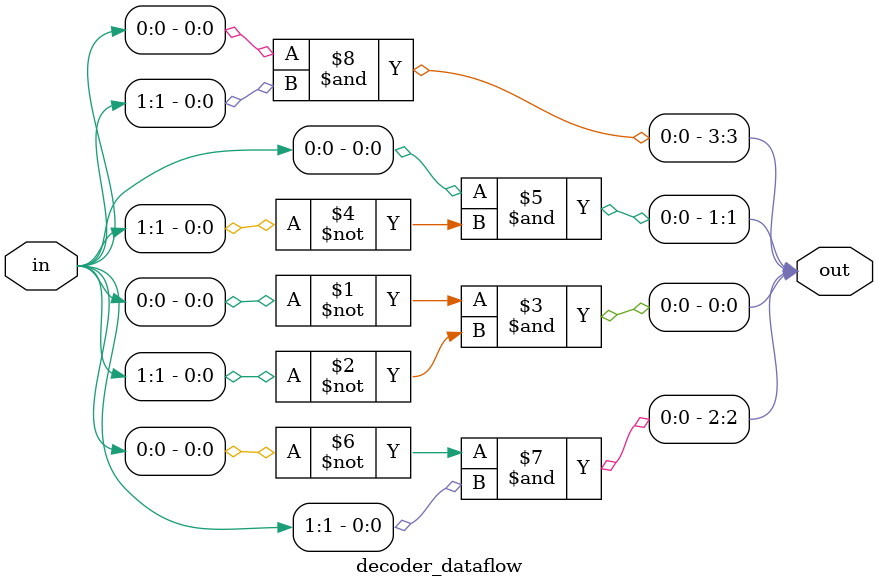
<source format=v>
module decoder_dataflow(out, in);
	output [3:0] out; // 4out
	input [1:0] in; // 2input
	
	assign out[0] = (~in[0] & ~in[1]); // 00 일 때 out0이 1 나머지 0
	assign out[1] = (in[0] & ~in[1]); // 01 일 때 out1이 1
	assign out[2] = (~in[0] & in[1]); // 10 일 대 out2이 1
	assign out[3] =  (in[0] & in[1]); // 11 일 때 out3이 1
endmodule 
</source>
